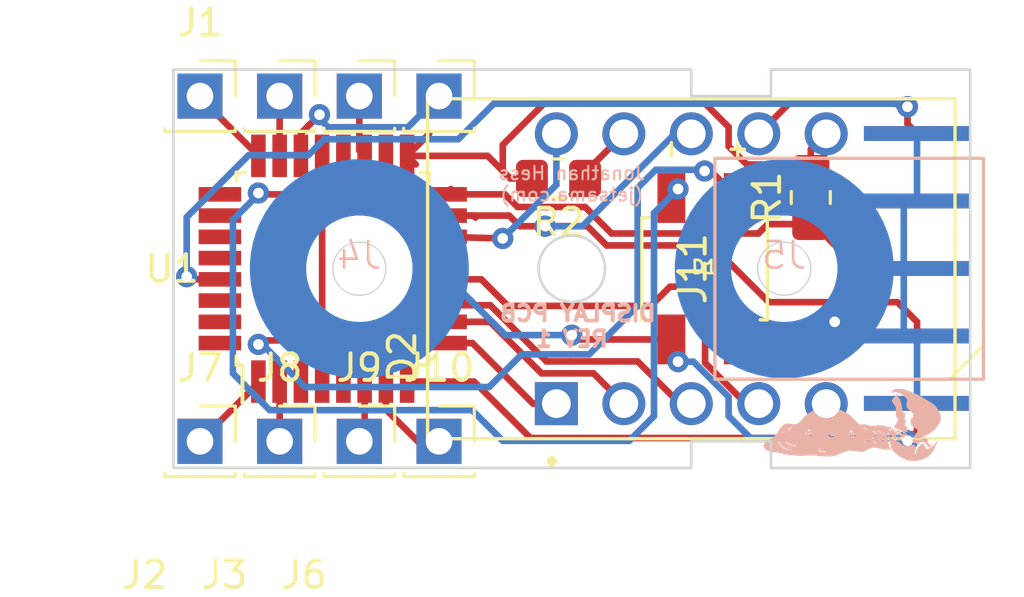
<source format=kicad_pcb>
(kicad_pcb (version 20221018) (generator pcbnew)
  (layers (0 "F.Cu" signal) (31 "B.Cu" signal) (34 "B.Paste" user) (35 "F.Paste" user) (36 "B.SilkS" user "B.Silkscreen") (37 "F.SilkS" user "F.Silkscreen") (38 "B.Mask" user) (39 "F.Mask" user) (44 "Edge.Cuts" user))
  (net 0 "")
  (net 1 "GND")
  (net 2 "VCC")
  (net 3 "DIGIT0")
  (net 4 "DIGIT1")
  (net 5 "Input0")
  (net 6 "Input1")
  (net 7 "Input2")
  (net 8 "Input3")
  (net 9 "Input4")
  (net 10 "Input5")
  (net 11 "Input6")
  (net 12 "Input7")
  (net 13 "SEG2")
  (net 14 "SEG6")
  (net 15 "SEG7")
  (net 20 "MOSI")
  (net 23 "PW1")
  (net 24 "PW2")
  (net 25 "Net-(D2-Pad6)")
  (net 26 "Net-(D2-Pad9)")
  (net 27 "SEG4")
  (net 28 "SEG3")
  (net 31 "RST")
  (net 32 "SEG5")
  (footprint "Connector_PinSocket_2.54mm:PinSocket_1x01_P2.54mm_Vertical" (layer "F.Cu") (at 150 81)
    (fp_text reference "J6" (at -5.08 18.03) (layer "F.SilkS"))
    (fp_text value "Conn_01x01_Socket")
    (pad "1" thru_hole rect locked (at 0 0) (size 1.7 1.7) (drill 1) (layers "*.Cu" "*.Mask") (net 8 "Input3"))
  )
  (footprint "Connector_PCBEdge:Samtec_MECF-05-0_-NP-L-DV_2x05_P1.27mm_Edge" (layer "F.Cu") (at 165.5 87.5 90)
    (fp_text reference "J11" (at 0 -5.95 90) (layer "F.SilkS"))
    (fp_text value "Conn_02x05_Odd_Even")
    (pad "1" connect rect (at -5.07 2.5 90) (size 0.56 4) (layers "F.Cu" "F.Mask") (net 24 "PW2"))
    (pad "2" connect rect (at -5.07 2.5 90) (size 0.56 4) (layers "B.Cu" "B.Mask") (net 23 "PW1"))
    (pad "3" connect rect (at -2.53 2.5 90) (size 0.56 4) (layers "F.Cu" "F.Mask") (net 20 "MOSI"))
    (pad "4" connect rect (at -2.53 2.5 90) (size 0.56 4) (layers "B.Cu" "B.Mask") (net 23 "PW1"))
    (pad "5" connect rect (at 0.01 2.5 90) (size 0.56 4) (layers "F.Cu" "F.Mask") (net 3 "DIGIT0"))
    (pad "6" connect rect (at 0.01 2.5 90) (size 0.56 4) (layers "B.Cu" "B.Mask") (net 23 "PW1"))
    (pad "7" connect rect (at 2.55 2.5 90) (size 0.56 4) (layers "F.Cu" "F.Mask") (net 4 "DIGIT1"))
    (pad "8" connect rect (at 2.55 2.5 90) (size 0.56 4) (layers "B.Cu" "B.Mask") (net 23 "PW1"))
    (pad "9" connect rect (at 5.09 2.5 90) (size 0.56 4) (layers "F.Cu" "F.Mask") (net 31 "RST"))
    (pad "10" connect rect (at 5.09 2.5 90) (size 0.56 4) (layers "B.Cu" "B.Mask") (net 23 "PW1"))
  )
  (footprint "DigitalLogicFootprints:LED_LTD-4708G" (layer "F.Cu") (at 159.5 87.5 90)
    (fp_text reference "D2" (at -3.325 -10.885 90) (layer "F.SilkS"))
    (fp_text value "LTD-4708G")
    (pad "1" thru_hole rect (at -5.08 -5.08 90) (size 1.62 1.62) (drill 1.08) (layers "*.Cu" "*.Mask") (net 27 "SEG4"))
    (pad "2" thru_hole circle (at -5.08 -2.54 90) (size 1.62 1.62) (drill 1.08) (layers "*.Cu" "*.Mask") (net 28 "SEG3"))
    (pad "3" thru_hole circle (at -5.08 0 90) (size 1.62 1.62) (drill 1.08) (layers "*.Cu" "*.Mask") (net 13 "SEG2"))
    (pad "4" thru_hole circle (at -5.08 2.54 90) (size 1.62 1.62) (drill 1.08) (layers "*.Cu" "*.Mask") (net 14 "SEG6"))
    (pad "5" thru_hole circle (at -5.08 5.08 90) (size 1.62 1.62) (drill 1.08) (layers "*.Cu" "*.Mask") (net 15 "SEG7"))
    (pad "6" thru_hole circle (at 5.08 5.08 90) (size 1.62 1.62) (drill 1.08) (layers "*.Cu" "*.Mask") (net 25 "Net-(D2-Pad6)"))
    (pad "7" thru_hole circle (at 5.08 2.54 90) (size 1.62 1.62) (drill 1.08) (layers "*.Cu" "*.Mask") (net 31 "RST"))
    (pad "8" thru_hole circle (at 5.08 0 90) (size 1.62 1.62) (drill 1.08) (layers "*.Cu" "*.Mask") (net 20 "MOSI"))
    (pad "9" thru_hole circle (at 5.08 -2.54 90) (size 1.62 1.62) (drill 1.08) (layers "*.Cu" "*.Mask") (net 26 "Net-(D2-Pad9)"))
    (pad "10" thru_hole circle (at 5.08 -5.08 90) (size 1.62 1.62) (drill 1.08) (layers "*.Cu" "*.Mask") (net 32 "SEG5"))
  )
  (footprint "Resistor_SMD:R_0805_2012Metric_Pad1.20x1.40mm_HandSolder" (layer "F.Cu") (at 154.5 84.1 180)
    (fp_text reference "R2" (at 0 -1.65) (layer "F.SilkS"))
    (fp_text value "300")
    (pad "1" smd roundrect (at -1 0 180) (size 1.2 1.4) (layers "F.Cu" "F.Paste" "F.Mask") (roundrect_rratio 0.208333) (net 26 "Net-(D2-Pad9)"))
    (pad "2" smd roundrect (at 1 0 180) (size 1.2 1.4) (layers "F.Cu" "F.Paste" "F.Mask") (roundrect_rratio 0.208333) (net 4 "DIGIT1"))
  )
  (footprint "Resistor_SMD:R_0805_2012Metric_Pad1.20x1.40mm_HandSolder" (layer "F.Cu") (at 164 84.82 90)
    (fp_text reference "R1" (at 0 -1.65 90) (layer "F.SilkS"))
    (fp_text value "300")
    (pad "1" smd roundrect (at -1 0 90) (size 1.2 1.4) (layers "F.Cu" "F.Paste" "F.Mask") (roundrect_rratio 0.208333) (net 3 "DIGIT0"))
    (pad "2" smd roundrect (at 1 0 90) (size 1.2 1.4) (layers "F.Cu" "F.Paste" "F.Mask") (roundrect_rratio 0.208333) (net 25 "Net-(D2-Pad6)"))
  )
  (footprint "Connector_PinSocket_2.54mm:PinSocket_1x01_P2.54mm_Vertical" (layer "F.Cu") (at 141 94)
    (fp_text reference "J7" (at 0 -2.77) (layer "F.SilkS"))
    (fp_text value "Conn_01x01_Socket")
    (pad "1" thru_hole rect locked (at 0 0) (size 1.7 1.7) (drill 1) (layers "*.Cu" "*.Mask") (net 9 "Input4"))
  )
  (footprint "Connector_PinSocket_2.54mm:PinSocket_1x01_P2.54mm_Vertical" (layer "F.Cu") (at 144 94)
    (fp_text reference "J8" (at 0 -2.77) (layer "F.SilkS"))
    (fp_text value "Conn_01x01_Socket")
    (pad "1" thru_hole rect locked (at 0 0) (size 1.7 1.7) (drill 1) (layers "*.Cu" "*.Mask") (net 10 "Input5"))
  )
  (footprint "Connector_PinSocket_2.54mm:PinSocket_1x01_P2.54mm_Vertical" (layer "F.Cu") (at 141 81)
    (fp_text reference "J1" (at 0 -2.77) (layer "F.SilkS"))
    (fp_text value "Conn_01x01_Socket")
    (pad "1" thru_hole rect locked (at 0 0) (size 1.7 1.7) (drill 1) (layers "*.Cu" "*.Mask") (net 5 "Input0"))
  )
  (footprint "Connector_PinSocket_2.54mm:PinSocket_1x01_P2.54mm_Vertical" (layer "F.Cu") (at 147 94)
    (fp_text reference "J9" (at 0 -2.77) (layer "F.SilkS"))
    (fp_text value "Conn_01x01_Socket")
    (pad "1" thru_hole rect locked (at 0 0) (size 1.7 1.7) (drill 1) (layers "*.Cu" "*.Mask") (net 11 "Input6"))
  )
  (footprint "DigitalLogicFootprints:DIOB_MB10F-13" (layer "F.Cu") (at 160 87.5 -90)
    (fp_text reference "D1" (at -0.06 0) (layer "F.SilkS") (effects (font (size 0.5 0.5) (thickness 0.1) bold)))
    (fp_text value "MB10F-13")
    (pad "1" smd rect (at -2.6625 -1.25 270) (size 1.875 1.05) (layers "F.Cu" "F.Paste" "F.Mask") (net 2 "VCC"))
    (pad "2" smd rect (at 2.6625 -1.25 90) (size 1.875 1.05) (layers "F.Cu" "F.Paste" "F.Mask") (net 23 "PW1"))
    (pad "3" smd rect (at -2.6625 1.25 270) (size 1.875 1.05) (layers "F.Cu" "F.Paste" "F.Mask") (net 1 "GND"))
    (pad "4" smd rect (at 2.6625 1.25 90) (size 1.875 1.05) (layers "F.Cu" "F.Paste" "F.Mask") (net 24 "PW2"))
  )
  (footprint "Package_QFP:TQFP-32_7x7mm_P0.8mm" (layer "F.Cu") (at 146 87.5 90)
    (fp_text reference "U1" (at 0 -6.05) (layer "F.SilkS"))
    (fp_text value "ATmega88PB-A")
    (pad "1" smd rect (at -4.25 -2.8 90) (size 1.6 0.55) (layers "F.Cu" "F.Paste" "F.Mask") (net 9 "Input4"))
    (pad "2" smd rect (at -4.25 -2 90) (size 1.6 0.55) (layers "F.Cu" "F.Paste" "F.Mask") (net 10 "Input5"))
    (pad "3" smd rect (at -4.25 -1.2 90) (size 1.6 0.55) (layers "F.Cu" "F.Paste" "F.Mask"))
    (pad "4" smd rect (at -4.25 -0.4 90) (size 1.6 0.55) (layers "F.Cu" "F.Paste" "F.Mask") (net 2 "VCC"))
    (pad "5" smd rect (at -4.25 0.4 90) (size 1.6 0.55) (layers "F.Cu" "F.Paste" "F.Mask") (net 1 "GND"))
    (pad "6" smd rect (at -4.25 1.2 90) (size 1.6 0.55) (layers "F.Cu" "F.Paste" "F.Mask") (net 11 "Input6"))
    (pad "7" smd rect (at -4.25 2 90) (size 1.6 0.55) (layers "F.Cu" "F.Paste" "F.Mask") (net 12 "Input7"))
    (pad "8" smd rect (at -4.25 2.8 90) (size 1.6 0.55) (layers "F.Cu" "F.Paste" "F.Mask") (net 15 "SEG7"))
    (pad "9" smd rect (at -2.8 4.25 180) (size 1.6 0.55) (layers "F.Cu" "F.Paste" "F.Mask") (net 27 "SEG4"))
    (pad "10" smd rect (at -2 4.25 180) (size 1.6 0.55) (layers "F.Cu" "F.Paste" "F.Mask") (net 28 "SEG3"))
    (pad "11" smd rect (at -1.2 4.25 180) (size 1.6 0.55) (layers "F.Cu" "F.Paste" "F.Mask") (net 13 "SEG2"))
    (pad "12" smd rect (at -0.4 4.25 180) (size 1.6 0.55) (layers "F.Cu" "F.Paste" "F.Mask") (net 14 "SEG6"))
    (pad "13" smd rect (at 0.4 4.25 180) (size 1.6 0.55) (layers "F.Cu" "F.Paste" "F.Mask"))
    (pad "14" smd rect (at 1.2 4.25 180) (size 1.6 0.55) (layers "F.Cu" "F.Paste" "F.Mask") (net 32 "SEG5"))
    (pad "15" smd rect (at 2 4.25 180) (size 1.6 0.55) (layers "F.Cu" "F.Paste" "F.Mask") (net 20 "MOSI"))
    (pad "16" smd rect (at 2.8 4.25 180) (size 1.6 0.55) (layers "F.Cu" "F.Paste" "F.Mask") (net 3 "DIGIT0"))
    (pad "17" smd rect (at 4.25 2.8 90) (size 1.6 0.55) (layers "F.Cu" "F.Paste" "F.Mask") (net 4 "DIGIT1"))
    (pad "18" smd rect (at 4.25 2 90) (size 1.6 0.55) (layers "F.Cu" "F.Paste" "F.Mask"))
    (pad "19" smd rect (at 4.25 1.2 90) (size 1.6 0.55) (layers "F.Cu" "F.Paste" "F.Mask") (net 7 "Input2"))
    (pad "20" smd rect (at 4.25 0.4 90) (size 1.6 0.55) (layers "F.Cu" "F.Paste" "F.Mask"))
    (pad "21" smd rect (at 4.25 -0.4 90) (size 1.6 0.55) (layers "F.Cu" "F.Paste" "F.Mask") (net 1 "GND"))
    (pad "22" smd rect (at 4.25 -1.2 90) (size 1.6 0.55) (layers "F.Cu" "F.Paste" "F.Mask") (net 8 "Input3"))
    (pad "23" smd rect (at 4.25 -2 90) (size 1.6 0.55) (layers "F.Cu" "F.Paste" "F.Mask") (net 6 "Input1"))
    (pad "24" smd rect (at 4.25 -2.8 90) (size 1.6 0.55) (layers "F.Cu" "F.Paste" "F.Mask") (net 5 "Input0"))
    (pad "25" smd rect (at 2.8 -4.25 180) (size 1.6 0.55) (layers "F.Cu" "F.Paste" "F.Mask"))
    (pad "26" smd rect (at 2 -4.25 180) (size 1.6 0.55) (layers "F.Cu" "F.Paste" "F.Mask"))
    (pad "27" smd rect (at 1.2 -4.25 180) (size 1.6 0.55) (layers "F.Cu" "F.Paste" "F.Mask"))
    (pad "28" smd rect (at 0.4 -4.25 180) (size 1.6 0.55) (layers "F.Cu" "F.Paste" "F.Mask"))
    (pad "29" smd rect (at -0.4 -4.25 180) (size 1.6 0.55) (layers "F.Cu" "F.Paste" "F.Mask") (net 31 "RST"))
    (pad "30" smd rect (at -1.2 -4.25 180) (size 1.6 0.55) (layers "F.Cu" "F.Paste" "F.Mask"))
    (pad "31" smd rect (at -2 -4.25 180) (size 1.6 0.55) (layers "F.Cu" "F.Paste" "F.Mask"))
    (pad "32" smd rect (at -2.8 -4.25 180) (size 1.6 0.55) (layers "F.Cu" "F.Paste" "F.Mask"))
  )
  (footprint "Connector_PinSocket_2.54mm:PinSocket_1x01_P2.54mm_Vertical" (layer "F.Cu") (at 147 81)
    (fp_text reference "J3" (at -5.08 18.03) (layer "F.SilkS"))
    (fp_text value "Conn_01x01_Socket")
    (pad "1" thru_hole rect locked (at 0 0) (size 1.7 1.7) (drill 1) (layers "*.Cu" "*.Mask") (net 7 "Input2"))
  )
  (footprint "Connector_PinSocket_2.54mm:PinSocket_1x01_P2.54mm_Vertical" (layer "F.Cu") (at 150 94)
    (fp_text reference "J10" (at 0 -2.77) (layer "F.SilkS"))
    (fp_text value "Conn_01x01_Socket")
    (pad "1" thru_hole rect locked (at 0 0) (size 1.7 1.7) (drill 1) (layers "*.Cu" "*.Mask") (net 12 "Input7"))
  )
  (footprint "Connector_PinSocket_2.54mm:PinSocket_1x01_P2.54mm_Vertical" (layer "F.Cu") (at 144 81)
    (fp_text reference "J2" (at -5.08 18.03) (layer "F.SilkS"))
    (fp_text value "Conn_01x01_Socket")
    (pad "1" thru_hole rect locked (at 0 0) (size 1.7 1.7) (drill 1) (layers "*.Cu" "*.Mask") (net 6 "Input1"))
  )
  (footprint "DigitalLogicFootprints:8mm-snap" (layer "B.Cu") (at 147 87.5 180)
    (fp_text reference "J4" (at 0 0.5 unlocked) (layer "B.SilkS") (effects (font (thickness 0.1)) (justify mirror)))
    (fp_text value "~")
    (fp_circle (center 0 0) (end 1 0) (stroke (width 0.05)) (fill none) (layer "Edge.Cuts"))
    (pad "1" smd custom locked (at -3 0 180) (size 1 1) (layers "B.Cu" "B.Paste" "B.Mask") (net 24 "PW2") (options (clearance outline) (anchor rect)) (primitives (gr_circle (center 3 0) (end 7.025 0) (width 0.2) (fill none)) (gr_circle (center 3 0) (end 6 0) (width 2) (fill none))))
  )
  (footprint "DigitalLogicFootprints:8mm-snap" (layer "B.Cu") (at 163 87.5 180)
    (fp_text reference "J5" (at 0 0.5 unlocked) (layer "B.SilkS") (effects (font (thickness 0.1)) (justify mirror)))
    (fp_text value "~")
    (fp_circle (center 0 0) (end 1 0) (stroke (width 0.05)) (fill none) (layer "Edge.Cuts"))
    (pad "1" smd custom locked (at -3 0 180) (size 1 1) (layers "B.Cu" "B.Paste" "B.Mask") (net 23 "PW1") (options (clearance outline) (anchor rect)) (primitives (gr_circle (center 3 0) (end 7.025 0) (width 0.2) (fill none)) (gr_circle (center 3 0) (end 6 0) (width 2) (fill none))))
  )
  (footprint "DigitalLogicFootprints:HBBLogo" (layer "B.Cu") (at 165.1 93.5 180)
    (fp_text reference "G***" hide)
    (fp_text value "LOGO" hide)
  )
  (gr_poly (pts (xy 140 80) (xy 159.5 80) (xy 159.5 81) (xy 162.5 81) (xy 162.5 80) (xy 170 80) (xy 170 95) (xy 162.5 95) (xy 162.5 94) (xy 159.5 94) (xy 159.5 95) (xy 140 95)) (stroke (width 0.1)) (fill none) (layer "Edge.Cuts"))
  (gr_circle (center 155 87.5) (end 156.25 87.5) (stroke (width 0.1)) (fill none) (layer "Edge.Cuts"))
  (gr_text "Jonathan Hess\n(jetsama.com)" (at 155 85) (layer "B.SilkS") (effects (font (size 0.5 0.5) (thickness 0.08)) (justify bottom mirror)))
  (gr_text "DISPLAY PCB \nREV 1" (at 155 90.5) (layer "B.SilkS") (effects (font (size 0.6 0.6)) (justify bottom mirror)))
  (segment (start 145.6 83.25) (end 145.6 84.3) (width 0.25) (layer "F.Cu") (net 1))
  (segment (start 145.6 84.3) (end 145.2 84.7) (width 0.25) (layer "F.Cu") (net 1))
  (segment (start 146.4 90.425) (end 145.6 89.625) (width 0.25) (layer "F.Cu") (net 1))
  (segment (start 145.6 89.625) (end 145.6 83.25) (width 0.25) (layer "F.Cu") (net 1))
  (segment (start 145.2 84.7) (end 143.2 84.7) (width 0.25) (layer "F.Cu") (net 1))
  (segment (start 146.4 91.75) (end 146.4 90.425) (width 0.25) (layer "F.Cu") (net 1))
  (via (at 143.2 84.65) (size 0.8) (drill 0.4) (layers "F.Cu" "B.Cu") (net 1))
  (via (at 159 84.5) (size 0.8) (drill 0.4) (layers "F.Cu" "B.Cu") (net 1))
  (segment (start 159 84.5) (end 158.095 85.405) (width 0.25) (layer "B.Cu") (net 1))
  (segment (start 143.625 92.825) (end 142.24 91.44) (width 0.25) (layer "B.Cu") (net 1))
  (segment (start 151.245 92.825) (end 143.625 92.825) (width 0.25) (layer "B.Cu") (net 1))
  (segment (start 152.4 93.98) (end 151.245 92.825) (width 0.25) (layer "B.Cu") (net 1))
  (segment (start 142.24 85.66) (end 143.2 84.7) (width 0.25) (layer "B.Cu") (net 1))
  (segment (start 142.24 91.44) (end 142.24 85.66) (width 0.25) (layer "B.Cu") (net 1))
  (segment (start 158.095 93.050133) (end 157.165133 93.98) (width 0.25) (layer "B.Cu") (net 1))
  (segment (start 157.165133 93.98) (end 152.4 93.98) (width 0.25) (layer "B.Cu") (net 1))
  (segment (start 158.095 85.405) (end 158.095 93.050133) (width 0.25) (layer "B.Cu") (net 1))
  (segment (start 160 83.82) (end 160.2325 83.82) (width 0.25) (layer "F.Cu") (net 2))
  (segment (start 160.2325 83.82) (end 161.25 84.8375) (width 0.25) (layer "F.Cu") (net 2))
  (segment (start 145.6 91.75) (end 145.6 90.7) (width 0.25) (layer "F.Cu") (net 2))
  (segment (start 145.1 90.2) (end 143.2 90.2) (width 0.25) (layer "F.Cu") (net 2))
  (segment (start 145.6 90.7) (end 145.1 90.2) (width 0.25) (layer "F.Cu") (net 2))
  (via (at 160 83.82) (size 0.8) (drill 0.4) (layers "F.Cu" "B.Cu") (net 2))
  (via (at 143.2 90.35) (size 0.8) (drill 0.4) (layers "F.Cu" "B.Cu") (net 2))
  (segment (start 153.115 90.725) (end 155.655 90.725) (width 0.25) (layer "B.Cu") (net 2))
  (segment (start 160 83.82) (end 159.955 83.775) (width 0.25) (layer "B.Cu") (net 2))
  (segment (start 151.885025 91.954975) (end 153.115 90.725) (width 0.25) (layer "B.Cu") (net 2))
  (segment (start 155.655 90.725) (end 157.48 88.9) (width 0.25) (layer "B.Cu") (net 2))
  (segment (start 158.161396 83.775) (end 157.48 84.456396) (width 0.25) (layer "B.Cu") (net 2))
  (segment (start 143.2 90.2) (end 144.954975 91.954975) (width 0.25) (layer "B.Cu") (net 2))
  (segment (start 157.48 84.456396) (end 157.48 88.9) (width 0.25) (layer "B.Cu") (net 2))
  (segment (start 159.955 83.775) (end 158.161396 83.775) (width 0.25) (layer "B.Cu") (net 2))
  (segment (start 144.954975 91.954975) (end 151.885025 91.954975) (width 0.25) (layer "B.Cu") (net 2))
  (segment (start 164 85.82) (end 162.38 85.82) (width 0.25) (layer "F.Cu") (net 3))
  (segment (start 156.498909 86.173604) (end 155.500305 85.175) (width 0.25) (layer "F.Cu") (net 3))
  (segment (start 152.9549 85.175) (end 152.4799 84.7) (width 0.25) (layer "F.Cu") (net 3))
  (segment (start 162.026396 86.173604) (end 156.498909 86.173604) (width 0.25) (layer "F.Cu") (net 3))
  (segment (start 164.65 86.36) (end 165.78 87.49) (width 0.25) (layer "F.Cu") (net 3))
  (segment (start 150.45 84.5) (end 150.25 84.7) (width 0.25) (layer "F.Cu") (net 3))
  (segment (start 162.38 85.82) (end 162.026396 86.173604) (width 0.25) (layer "F.Cu") (net 3))
  (segment (start 165.78 87.49) (end 167.5 87.49) (width 0.25) (layer "F.Cu") (net 3))
  (segment (start 152.4799 84.7) (end 150.25 84.7) (width 0.25) (layer "F.Cu") (net 3))
  (segment (start 155.500305 85.175) (end 152.9549 85.175) (width 0.25) (layer "F.Cu") (net 3))
  (segment (start 152.68 84.1) (end 152.4 83.82) (width 0.25) (layer "F.Cu") (net 4))
  (segment (start 152.4 82.834867) (end 152.4 83.82) (width 0.25) (layer "F.Cu") (net 4))
  (segment (start 149.125 83.575) (end 148.8 83.25) (width 0.25) (layer "F.Cu") (net 4))
  (segment (start 167.323223 84.95) (end 167.5 84.95) (width 0.25) (layer "F.Cu") (net 4))
  (segment (start 148.8 83.25) (end 151.83 83.25) (width 0.25) (layer "F.Cu") (net 4))
  (segment (start 162.1349 83.575) (end 161.589867 83.575) (width 0.25) (layer "F.Cu") (net 4))
  (segment (start 149.63 82.42) (end 148.8 83.25) (width 0.25) (layer "F.Cu") (net 4))
  (segment (start 164.6951 84.745) (end 163.3049 84.745) (width 0.25) (layer "F.Cu") (net 4))
  (segment (start 161.589867 83.575) (end 160.905 82.890133) (width 0.25) (layer "F.Cu") (net 4))
  (segment (start 153.954867 81.28) (end 152.4 82.834867) (width 0.25) (layer "F.Cu") (net 4))
  (segment (start 151.83 83.25) (end 152.4 83.82) (width 0.25) (layer "F.Cu") (net 4))
  (segment (start 164.6951 84.745) (end 164.9001 84.95) (width 0.25) (layer "F.Cu") (net 4))
  (segment (start 160.02 81.28) (end 153.954867 81.28) (width 0.25) (layer "F.Cu") (net 4))
  (segment (start 153.5 84.1) (end 152.68 84.1) (width 0.25) (layer "F.Cu") (net 4))
  (segment (start 160.905 82.890133) (end 160.905 82.165) (width 0.25) (layer "F.Cu") (net 4))
  (segment (start 163.3049 84.745) (end 162.1349 83.575) (width 0.25) (layer "F.Cu") (net 4))
  (segment (start 160.905 82.165) (end 160.02 81.28) (width 0.25) (layer "F.Cu") (net 4))
  (segment (start 164.9001 84.95) (end 168 84.95) (width 0.25) (layer "F.Cu") (net 4))
  (segment (start 141 81.05) (end 141 81) (width 0.25) (layer "F.Cu") (net 5))
  (segment (start 143.2 83.25) (end 141 81.05) (width 0.25) (layer "F.Cu") (net 5))
  (segment (start 144 83.25) (end 144 81) (width 0.25) (layer "F.Cu") (net 6))
  (segment (start 147 83.05) (end 147.2 83.25) (width 0.25) (layer "F.Cu") (net 7))
  (segment (start 147 81) (end 147 83.05) (width 0.25) (layer "F.Cu") (net 7))
  (segment (start 144.8 82.4) (end 145.5 81.7) (width 0.25) (layer "F.Cu") (net 8))
  (segment (start 144.8 83.25) (end 144.8 82.4) (width 0.25) (layer "F.Cu") (net 8))
  (segment (start 144.78 83.23) (end 144.8 83.25) (width 0.25) (layer "F.Cu") (net 8))
  (via (at 145.5 81.7) (size 0.8) (drill 0.4) (layers "F.Cu" "B.Cu") (net 8))
  (segment (start 148.825 82.175) (end 145.825 82.175) (width 0.25) (layer "B.Cu") (net 8))
  (segment (start 150 81) (end 148.825 82.175) (width 0.25) (layer "B.Cu") (net 8))
  (segment (start 145.825 82.175) (end 145.5 81.85) (width 0.25) (layer "B.Cu") (net 8))
  (segment (start 145.5 81.85) (end 145.5 81.7) (width 0.25) (layer "B.Cu") (net 8))
  (segment (start 143.2 91.75) (end 143.2 91.8) (width 0.25) (layer "F.Cu") (net 9))
  (segment (start 143.2 91.8) (end 141 94) (width 0.25) (layer "F.Cu") (net 9))
  (segment (start 144 91.75) (end 144 94) (width 0.25) (layer "F.Cu") (net 10))
  (segment (start 147.2 93.8) (end 147 94) (width 0.25) (layer "F.Cu") (net 11))
  (segment (start 147.2 91.75) (end 147.2 93.8) (width 0.25) (layer "F.Cu") (net 11))
  (segment (start 149.2 94) (end 150 94) (width 0.25) (layer "F.Cu") (net 12))
  (segment (start 148 92.8) (end 149.2 94) (width 0.25) (layer "F.Cu") (net 12))
  (segment (start 148 91.75) (end 148 92.8) (width 0.25) (layer "F.Cu") (net 12))
  (segment (start 153.448148 90.391852) (end 154.046296 90.99) (width 0.25) (layer "F.Cu") (net 13))
  (segment (start 150.425057 88.875057) (end 151.931353 88.875057) (width 0.25) (layer "F.Cu") (net 13))
  (segment (start 150.25 88.7) (end 150.425057 88.875057) (width 0.25) (layer "F.Cu") (net 13))
  (segment (start 154.94 90.99) (end 157.48 90.99) (width 0.25) (layer "F.Cu") (net 13))
  (segment (start 151.931353 88.875057) (end 153.448148 90.391852) (width 0.25) (layer "F.Cu") (net 13))
  (segment (start 159.07 92.58) (end 157.48 90.99) (width 0.25) (layer "F.Cu") (net 13))
  (segment (start 159.5 92.58) (end 159.07 92.58) (width 0.25) (layer "F.Cu") (net 13))
  (segment (start 154.046296 90.99) (end 154.94 90.99) (width 0.25) (layer "F.Cu") (net 13))
  (segment (start 160.02 91.045) (end 161.555 92.58) (width 0.25) (layer "F.Cu") (net 14))
  (segment (start 157.974695 88.9) (end 158.699695 88.175) (width 0.25) (layer "F.Cu") (net 14))
  (segment (start 159.300305 88.175) (end 160.02 88.894695) (width 0.25) (layer "F.Cu") (net 14))
  (segment (start 152.592692 88.9) (end 157.974695 88.9) (width 0.25) (layer "F.Cu") (net 14))
  (segment (start 158.699695 88.175) (end 159.300305 88.175) (width 0.25) (layer "F.Cu") (net 14))
  (segment (start 150.25 87.9) (end 151.592692 87.9) (width 0.25) (layer "F.Cu") (net 14))
  (segment (start 160.02 88.894695) (end 160.02 91.045) (width 0.25) (layer "F.Cu") (net 14))
  (segment (start 161.555 92.58) (end 162.04 92.58) (width 0.25) (layer "F.Cu") (net 14))
  (segment (start 151.592692 87.9) (end 152.592692 88.9) (width 0.25) (layer "F.Cu") (net 14))
  (segment (start 163.285 93.875) (end 153.445 93.875) (width 0.25) (layer "F.Cu") (net 15))
  (segment (start 164.58 92.58) (end 163.285 93.875) (width 0.25) (layer "F.Cu") (net 15))
  (segment (start 153.445 93.875) (end 151.32 91.75) (width 0.25) (layer "F.Cu") (net 15))
  (segment (start 151.32 91.75) (end 148.8 91.75) (width 0.25) (layer "F.Cu") (net 15))
  (segment (start 167.26 88.76) (end 168 89.5) (width 0.25) (layer "F.Cu") (net 20))
  (segment (start 155.588909 85.9) (end 156.312513 86.623604) (width 0.25) (layer "F.Cu") (net 20))
  (segment (start 168 89.5) (end 168 90.03) (width 0.25) (layer "F.Cu") (net 20))
  (segment (start 153.043504 85.9) (end 152.643504 85.5) (width 0.25) (layer "F.Cu") (net 20))
  (segment (start 154 85.9) (end 155.588909 85.9) (width 0.25) (layer "F.Cu") (net 20))
  (segment (start 160.283604 86.623604) (end 162.42 88.76) (width 0.25) (layer "F.Cu") (net 20))
  (segment (start 150.25 85.5) (end 150.325 85.575) (width 0.25) (layer "F.Cu") (net 20))
  (segment (start 152.643504 85.5) (end 150.25 85.5) (width 0.25) (layer "F.Cu") (net 20))
  (segment (start 151.3 85.5) (end 151.375 85.575) (width 0.25) (layer "F.Cu") (net 20))
  (segment (start 162.42 88.76) (end 167.26 88.76) (width 0.25) (layer "F.Cu") (net 20))
  (segment (start 156.312513 86.623604) (end 160.283604 86.623604) (width 0.25) (layer "F.Cu") (net 20))
  (segment (start 167.343223 90.03) (end 167.5 90.03) (width 0.25) (layer "F.Cu") (net 20))
  (segment (start 154 85.9) (end 153.043504 85.9) (width 0.25) (layer "F.Cu") (net 20))
  (segment (start 150.25 85.5) (end 151.3 85.5) (width 0.25) (layer "F.Cu") (net 20))
  (via (at 154 85.9) (size 0.8) (drill 0.4) (layers "F.Cu" "B.Cu") (net 20))
  (segment (start 159.5 82.42) (end 158.88 82.42) (width 0.25) (layer "B.Cu") (net 20))
  (segment (start 158.88 82.42) (end 155.4 85.9) (width 0.25) (layer "B.Cu") (net 20))
  (segment (start 155.4 85.9) (end 154 85.9) (width 0.25) (layer "B.Cu") (net 20))
  (segment (start 164.3375 90.1625) (end 161.25 90.1625) (width 0.25) (layer "F.Cu") (net 23))
  (segment (start 165 89.5) (end 164.3375 90.1625) (width 0.25) (layer "F.Cu") (net 23))
  (via (at 164.9 89.5) (size 0.8) (drill 0.4) (layers "F.Cu" "B.Cu") (net 23))
  (segment (start 167.5 86.22) (end 167.5 87.49) (width 0.25) (layer "B.Cu") (net 23))
  (segment (start 165 88.5) (end 166 87.5) (width 0.25) (layer "B.Cu") (net 23))
  (segment (start 167.5 87.49) (end 167.5 88.76) (width 0.25) (layer "B.Cu") (net 23))
  (segment (start 168 82.41) (end 168 84.95) (width 0.25) (layer "B.Cu") (net 23))
  (segment (start 168 90.03) (end 168 92.57) (width 0.25) (layer "B.Cu") (net 23))
  (segment (start 165 89.5) (end 165 88.5) (width 0.25) (layer "B.Cu") (net 23))
  (segment (start 167.5 88.76) (end 167.5 90.03) (width 0.25) (layer "B.Cu") (net 23))
  (segment (start 167.5 84.95) (end 167.5 86.22) (width 0.25) (layer "B.Cu") (net 23))
  (segment (start 167.64 93.98) (end 167.253223 93.98) (width 0.25) (layer "F.Cu") (net 24))
  (segment (start 155.1625 90.1625) (end 155 90) (width 0.25) (layer "F.Cu") (net 24))
  (segment (start 158.75 90.1625) (end 155.1625 90.1625) (width 0.25) (layer "F.Cu") (net 24))
  (segment (start 168 92.57) (end 168 93.62) (width 0.25) (layer "F.Cu") (net 24))
  (segment (start 168 93.62) (end 167.64 93.98) (width 0.25) (layer "F.Cu") (net 24))
  (via (at 155 90) (size 0.8) (drill 0.4) (layers "F.Cu" "B.Cu") (net 24))
  (via (at 159 91) (size 0.8) (drill 0.4) (layers "F.Cu" "B.Cu") (net 24))
  (via (at 167.64 93.98) (size 0.8) (drill 0.4) (layers "F.Cu" "B.Cu") (net 24))
  (segment (start 161.729867 93.875) (end 167.535 93.875) (width 0.25) (layer "B.Cu") (net 24))
  (segment (start 159 91) (end 159.58 91) (width 0.25) (layer "B.Cu") (net 24))
  (segment (start 160.905 92.325) (end 160.905 93.050133) (width 0.25) (layer "B.Cu") (net 24))
  (segment (start 159.58 91) (end 160.905 92.325) (width 0.25) (layer "B.Cu") (net 24))
  (segment (start 155 90) (end 152.5 90) (width 0.25) (layer "B.Cu") (net 24))
  (segment (start 160.905 93.050133) (end 161.729867 93.875) (width 0.25) (layer "B.Cu") (net 24))
  (segment (start 152.5 90) (end 150 87.5) (width 0.25) (layer "B.Cu") (net 24))
  (segment (start 167.535 93.875) (end 167.64 93.98) (width 0.25) (layer "B.Cu") (net 24))
  (segment (start 164.5 83.82) (end 164.5 82.5) (width 0.25) (layer "F.Cu") (net 25))
  (segment (start 164 83) (end 164.58 82.42) (width 0.25) (layer "F.Cu") (net 25))
  (segment (start 164.5 82.5) (end 164.58 82.42) (width 0.25) (layer "F.Cu") (net 25))
  (segment (start 164 83.82) (end 164 83) (width 0.25) (layer "F.Cu") (net 25))
  (segment (start 155.5 84.1) (end 155.5 83.88) (width 0.25) (layer "F.Cu") (net 26))
  (segment (start 157 82.46) (end 156.96 82.42) (width 0.25) (layer "F.Cu") (net 26))
  (segment (start 155.5 83.88) (end 156.96 82.42) (width 0.25) (layer "F.Cu") (net 26))
  (segment (start 155 84.7) (end 155.025305 84.7) (width 0.25) (layer "F.Cu") (net 26))
  (segment (start 151.26 90.3) (end 153.54 92.58) (width 0.25) (layer "F.Cu") (net 27))
  (segment (start 150.25 90.3) (end 151.26 90.3) (width 0.25) (layer "F.Cu") (net 27))
  (segment (start 153.54 92.58) (end 154.42 92.58) (width 0.25) (layer "F.Cu") (net 27))
  (segment (start 153.8599 91.44) (end 154.94 91.44) (width 0.25) (layer "F.Cu") (net 28))
  (segment (start 151.9199 89.5) (end 153.8599 91.44) (width 0.25) (layer "F.Cu") (net 28))
  (segment (start 155.82 91.44) (end 156.96 92.58) (width 0.25) (layer "F.Cu") (net 28))
  (segment (start 154.94 91.44) (end 155.82 91.44) (width 0.25) (layer "F.Cu") (net 28))
  (segment (start 150.25 89.5) (end 151.9199 89.5) (width 0.25) (layer "F.Cu") (net 28))
  (segment (start 167.64 81.7) (end 167.64 82.05) (width 0.25) (layer "F.Cu") (net 31))
  (segment (start 167.225 81.285) (end 163.175 81.285) (width 0.25) (layer "F.Cu") (net 31))
  (segment (start 167.64 82.05) (end 168 82.41) (width 0.25) (layer "F.Cu") (net 31))
  (segment (start 141.75 87.9) (end 140.6 87.9) (width 0.25) (layer "F.Cu") (net 31))
  (segment (start 167.64 81.7) (end 167.225 81.285) (width 0.25) (layer "F.Cu") (net 31))
  (segment (start 163.175 81.285) (end 162.04 82.42) (width 0.25) (layer "F.Cu") (net 31))
  (segment (start 140.6 87.9) (end 140.5 87.8) (width 0.25) (layer "F.Cu") (net 31))
  (via (at 140.5 87.8) (size 0.8) (drill 0.4) (layers "F.Cu" "B.Cu") (net 31))
  (via (at 167.64 81.4) (size 0.8) (drill 0.4) (layers "F.Cu" "B.Cu") (net 31))
  (segment (start 140.5 87.8) (end 140.5 85.56) (width 0.25) (layer "B.Cu") (net 31))
  (segment (start 145.680305 82.625) (end 150.725 82.625) (width 0.25) (layer "B.Cu") (net 31))
  (segment (start 140.5 85.56) (end 142.835 83.225) (width 0.25) (layer "B.Cu") (net 31))
  (segment (start 167.225 81.285) (end 167.64 81.7) (width 0.25) (layer "B.Cu") (net 31))
  (segment (start 150.725 82.625) (end 152.065 81.285) (width 0.25) (layer "B.Cu") (net 31))
  (segment (start 142.835 83.225) (end 145.080305 83.225) (width 0.25) (layer "B.Cu") (net 31))
  (segment (start 152.065 81.285) (end 167.225 81.285) (width 0.25) (layer "B.Cu") (net 31))
  (segment (start 145.080305 83.225) (end 145.680305 82.625) (width 0.25) (layer "B.Cu") (net 31))
  (segment (start 152.4 86.36) (end 152.34 86.3) (width 0.25) (layer "F.Cu") (net 32))
  (segment (start 150.25 86.3) (end 152.4 86.36) (width 0.25) (layer "F.Cu") (net 32))
  (via (at 152.4 86.36) (size 0.8) (drill 0.4) (layers "F.Cu" "B.Cu") (net 32))
  (segment (start 154.42 84.34) (end 152.4 86.36) (width 0.25) (layer "B.Cu") (net 32))
  (segment (start 154.42 82.42) (end 154.42 84.34) (width 0.25) (layer "B.Cu") (net 32))
)
</source>
